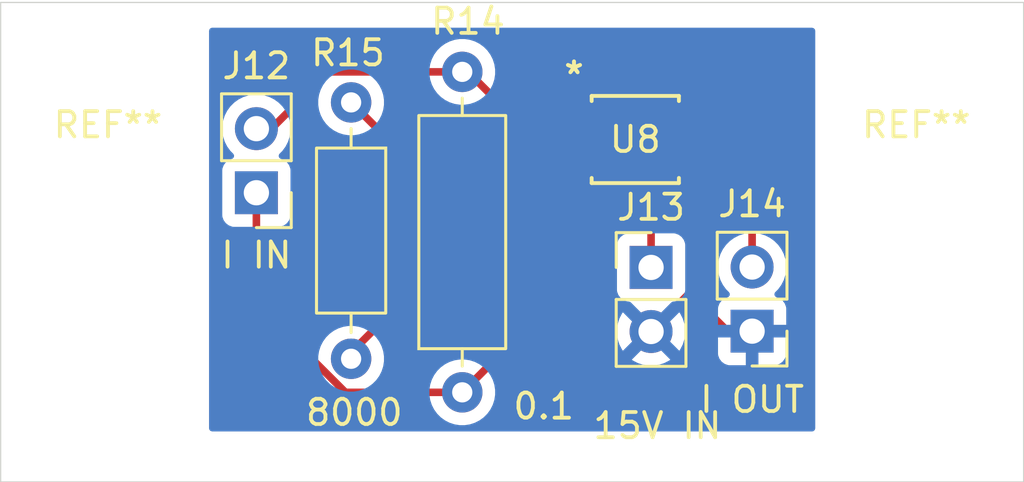
<source format=kicad_pcb>
(kicad_pcb (version 20241229) (generator "pcbnew") (generator_version "9.0")
  (layers (0 "F.Cu" signal) (2 "B.Cu" signal) (13 "F.Paste" user) (15 "B.Paste" user) (5 "F.SilkS" user "F.Silkscreen") (7 "B.SilkS" user "B.Silkscreen") (1 "F.Mask" user) (3 "B.Mask" user) (25 "Edge.Cuts" user))
  (net 0 "")
  (net 1 "Net-(J5-Pin_2)")
  (net 2 "12V")
  (net 3 "Net-(J7-Pin_2)")
  (net 4 "Net-(R6-Pad2)")
  (net 5 "GND")
  (net 6 "Net-(R6-Pad1)")
  (net 7 "+15V")
  (footprint "MountingHole:MountingHole_3.2mm_M3" (layer "F.Cu") (at 25.75 52.75)
    (property "Reference" "REF**" (at 0 -4.15 0) (layer "F.SilkS"))
    (property "Value" "MountingHole_3.2mm_M3" (hide yes))
    (pad "" np_thru_hole circle (at 0 0) (size 3.2 3.2) (drill 3.2) (layers "*.Cu" "*.Mask"))
  )
  (footprint "Connector_PinHeader_2.54mm:PinHeader_1x02_P2.54mm_Vertical" (layer "F.Cu") (at 47.25 54.25)
    (property "Reference" "J13" (at 0 -2.38 0) (layer "F.SilkS"))
    (property "Value" "15V IN" (at 0.25 6.275 0) (layer "F.SilkS"))
    (fp_line (start -1.38 -1.38) (end 0 -1.38) (stroke (width 0.12)) (layer "F.SilkS") (net 7798903))
    (fp_line (start -1.38 0) (end -1.38 -1.38) (stroke (width 0.12)) (layer "F.SilkS") (net 7798903))
    (fp_line (start -1.38 1.27) (end -1.38 3.92) (stroke (width 0.12)) (layer "F.SilkS") (net 7798903))
    (fp_line (start -1.38 1.27) (end 1.38 1.27) (stroke (width 0.12)) (layer "F.SilkS") (net 7798903))
    (fp_line (start -1.38 3.92) (end 1.38 3.92) (stroke (width 0.12)) (layer "F.SilkS") (net 7798903))
    (fp_line (start 1.38 1.27) (end 1.38 3.92) (stroke (width 0.12)) (layer "F.SilkS") (net 7798903))
    (pad "1" thru_hole rect (at 0 0) (size 1.7 1.7) (drill 1) (layers "*.Cu" "*.Mask") (net 7 "+15V"))
    (pad "2" thru_hole circle (at 0 2.54) (size 1.7 1.7) (drill 1) (layers "*.Cu" "*.Mask") (net 5 "GND"))
  )
  (footprint "Connector_PinHeader_2.54mm:PinHeader_1x02_P2.54mm_Vertical" (layer "F.Cu") (at 31.625 51.29 180)
    (property "Reference" "J12" (at 0 5.025 0) (layer "F.SilkS"))
    (property "Value" "I IN" (at 0 -2.475 0) (layer "F.SilkS"))
    (fp_line (start 1.38 1.27) (end 1.38 3.92) (stroke (width 0.12)) (layer "F.SilkS") (net 7798903))
    (fp_line (start -1.38 3.92) (end 1.38 3.92) (stroke (width 0.12)) (layer "F.SilkS") (net 7798903))
    (fp_line (start -1.38 1.27) (end 1.38 1.27) (stroke (width 0.12)) (layer "F.SilkS") (net 7798903))
    (fp_line (start -1.38 1.27) (end -1.38 3.92) (stroke (width 0.12)) (layer "F.SilkS") (net 7798903))
    (fp_line (start -1.38 0) (end -1.38 -1.38) (stroke (width 0.12)) (layer "F.SilkS") (net 7798903))
    (fp_line (start -1.38 -1.38) (end 0 -1.38) (stroke (width 0.12)) (layer "F.SilkS") (net 7798903))
    (pad "1" thru_hole rect (at 0 0 180) (size 1.7 1.7) (drill 1) (layers "*.Cu" "*.Mask") (net 2 "12V"))
    (pad "2" thru_hole circle (at 0 2.54 180) (size 1.7 1.7) (drill 1) (layers "*.Cu" "*.Mask") (net 1 "Net-(J5-Pin_2)"))
  )
  (footprint "MountingHole:MountingHole_3.2mm_M3" (layer "F.Cu") (at 57.75 52.75)
    (property "Reference" "REF**" (at 0 -4.15 0) (layer "F.SilkS"))
    (property "Value" "MountingHole_3.2mm_M3" (hide yes))
    (pad "" np_thru_hole circle (at 0 0) (size 3.2 3.2) (drill 3.2) (layers "*.Cu" "*.Mask"))
  )
  (footprint "Resistor_THT:R_Axial_DIN0207_L6.3mm_D2.5mm_P10.16mm_Horizontal" (layer "F.Cu") (at 35.375 47.71 -90)
    (property "Reference" "R15" (at -1.96 0.125 180) (layer "F.SilkS"))
    (property "Value" "8000" (at 12.29 -0.125 0) (layer "F.SilkS"))
    (fp_line (start 1.04 0) (end 1.81 0) (stroke (width 0.12)) (layer "F.SilkS"))
    (fp_line (start 9.12 0) (end 8.35 0) (stroke (width 0.12)) (layer "F.SilkS"))
    (fp_rect (start 1.81 -1.37) (end 8.35 1.37) (stroke (width 0.12)) (fill no) (layer "F.SilkS"))
    (pad "1" thru_hole circle (at 0 0 270) (size 1.6 1.6) (drill 0.8) (layers "*.Cu" "*.Mask") (net 6 "Net-(R6-Pad1)"))
    (pad "2" thru_hole circle (at 10.16 0 270) (size 1.6 1.6) (drill 0.8) (layers "*.Cu" "*.Mask") (net 4 "Net-(R6-Pad2)"))
  )
  (footprint "ad8227:RM_8_ADI" (layer "F.Cu") (at 46.625 49.18)
    (property "Reference" "U8" (at 0 0 0) (layer "F.SilkS"))
    (property "Value" "AD8227ARZ")
    (fp_line (start -1.7272 -1.7272) (end -1.7272 -1.523639) (stroke (width 0.1524)) (layer "F.SilkS") (net 7798903))
    (fp_line (start -1.7272 1.523639) (end -1.7272 1.7272) (stroke (width 0.1524)) (layer "F.SilkS") (net 7798903))
    (fp_line (start -1.7272 1.7272) (end 1.7272 1.7272) (stroke (width 0.1524)) (layer "F.SilkS") (net 7798903))
    (fp_line (start 1.7272 -1.7272) (end -1.7272 -1.7272) (stroke (width 0.1524)) (layer "F.SilkS") (net 7798903))
    (fp_line (start 1.7272 -1.523639) (end 1.7272 -1.7272) (stroke (width 0.1524)) (layer "F.SilkS") (net 7798903))
    (fp_line (start 1.7272 1.7272) (end 1.7272 1.523639) (stroke (width 0.1524)) (layer "F.SilkS") (net 7798903))
    (fp_text user "*" (at -2.4257 -2.5498 0) (layer "F.SilkS"))
    (fp_text user "*" (at -2.4257 -2.5498 0) (layer "F.SilkS"))
    (pad "1" smd rect (at -2.1717 -0.974999) (size 1.524 0.4318) (layers "F.Cu" "F.Mask" "F.Paste") (net 1 "Net-(J5-Pin_2)"))
    (pad "2" smd rect (at -2.1717 -0.325001) (size 1.524 0.4318) (layers "F.Cu" "F.Mask" "F.Paste") (net 6 "Net-(R6-Pad1)"))
    (pad "3" smd rect (at -2.1717 0.325001) (size 1.524 0.4318) (layers "F.Cu" "F.Mask" "F.Paste") (net 4 "Net-(R6-Pad2)"))
    (pad "4" smd rect (at -2.1717 0.974999) (size 1.524 0.4318) (layers "F.Cu" "F.Mask" "F.Paste") (net 2 "12V"))
    (pad "5" smd rect (at 2.1717 0.974999) (size 1.524 0.4318) (layers "F.Cu" "F.Mask" "F.Paste") (net 5 "GND"))
    (pad "6" smd rect (at 2.1717 0.325001) (size 1.524 0.4318) (layers "F.Cu" "F.Mask" "F.Paste") (net 5 "GND"))
    (pad "7" smd rect (at 2.1717 -0.325001) (size 1.524 0.4318) (layers "F.Cu" "F.Mask" "F.Paste") (net 3 "Net-(J7-Pin_2)"))
    (pad "8" smd rect (at 2.1717 -0.974999) (size 1.524 0.4318) (layers "F.Cu" "F.Mask" "F.Paste") (net 7 "+15V"))
  )
  (footprint "Connector_PinHeader_2.54mm:PinHeader_1x02_P2.54mm_Vertical" (layer "F.Cu") (at 51.25 56.775 180)
    (property "Reference" "J14" (at 0 5.04 0) (layer "F.SilkS"))
    (property "Value" "I OUT" (at 0 -2.71 0) (layer "F.SilkS"))
    (fp_line (start 1.38 1.27) (end 1.38 3.92) (stroke (width 0.12)) (layer "F.SilkS") (net 7798903))
    (fp_line (start -1.38 3.92) (end 1.38 3.92) (stroke (width 0.12)) (layer "F.SilkS") (net 7798903))
    (fp_line (start -1.38 1.27) (end 1.38 1.27) (stroke (width 0.12)) (layer "F.SilkS") (net 7798903))
    (fp_line (start -1.38 1.27) (end -1.38 3.92) (stroke (width 0.12)) (layer "F.SilkS") (net 7798903))
    (fp_line (start -1.38 0) (end -1.38 -1.38) (stroke (width 0.12)) (layer "F.SilkS") (net 7798903))
    (fp_line (start -1.38 -1.38) (end 0 -1.38) (stroke (width 0.12)) (layer "F.SilkS") (net 7798903))
    (pad "1" thru_hole rect (at 0 0 180) (size 1.7 1.7) (drill 1) (layers "*.Cu" "*.Mask") (net 5 "GND"))
    (pad "2" thru_hole circle (at 0 2.54 180) (size 1.7 1.7) (drill 1) (layers "*.Cu" "*.Mask") (net 3 "Net-(J7-Pin_2)"))
  )
  (footprint "Resistor_THT:R_Axial_DIN0309_L9.0mm_D3.2mm_P12.70mm_Horizontal" (layer "F.Cu") (at 39.775 59.2 90)
    (property "Reference" "R14" (at 14.7 0.225 180) (layer "F.SilkS"))
    (property "Value" "0.1" (at -0.55 3.225 180) (layer "F.SilkS"))
    (fp_line (start 11.66 0) (end 10.97 0) (stroke (width 0.12)) (layer "F.SilkS"))
    (fp_line (start 1.04 0) (end 1.73 0) (stroke (width 0.12)) (layer "F.SilkS"))
    (fp_rect (start 1.73 -1.72) (end 10.97 1.72) (stroke (width 0.12)) (fill no) (layer "F.SilkS"))
    (pad "1" thru_hole circle (at 0 0 90) (size 1.6 1.6) (drill 0.8) (layers "*.Cu" "*.Mask") (net 2 "12V"))
    (pad "2" thru_hole circle (at 12.7 0 90) (size 1.6 1.6) (drill 0.8) (layers "*.Cu" "*.Mask") (net 1 "Net-(J5-Pin_2)"))
  )
  (gr_rect (start 21.5 43.75) (end 62 62.75) (stroke (width 0.05)) (fill no) (layer "Edge.Cuts"))
  (segment (start 34.47 46.5) (end 39.775 46.5) (width 0.3) (layer "F.Cu") (net 1))
  (segment (start 40 46.5) (end 41.705001 48.205001) (width 0.3) (layer "F.Cu") (net 1))
  (segment (start 39.775 46.5) (end 40 46.5) (width 0.2) (layer "F.Cu") (net 1))
  (segment (start 41.705001 48.205001) (end 44.4533 48.205001) (width 0.3) (layer "F.Cu") (net 1))
  (segment (start 31.75 49.22) (end 34.47 46.5) (width 0.3) (layer "F.Cu") (net 1))
  (segment (start 44.4533 54.5217) (end 39.775 59.2) (width 0.3) (layer "F.Cu") (net 2))
  (segment (start 39.775 59.2) (end 35.14795 59.2) (width 0.3) (layer "F.Cu") (net 2))
  (segment (start 35.14795 59.2) (end 31.625 55.67705) (width 0.3) (layer "F.Cu") (net 2))
  (segment (start 31.625 55.67705) (end 31.625 51.29) (width 0.3) (layer "F.Cu") (net 2))
  (segment (start 44.4533 50.154999) (end 44.4533 54.5217) (width 0.3) (layer "F.Cu") (net 2))
  (segment (start 51.25 50.346299) (end 51.25 54.235) (width 0.3) (layer "F.Cu") (net 3))
  (segment (start 49.7587 48.854999) (end 51.25 50.346299) (width 0.3) (layer "F.Cu") (net 3))
  (segment (start 48.7967 48.854999) (end 49.7587 48.854999) (width 0.3) (layer "F.Cu") (net 3))
  (segment (start 43.4913 49.505001) (end 35.375 57.621301) (width 0.3) (layer "F.Cu") (net 4))
  (segment (start 44.4533 49.505001) (end 43.4913 49.505001) (width 0.3) (layer "F.Cu") (net 4))
  (segment (start 35.375 57.621301) (end 35.375 57.87) (width 0.2) (layer "F.Cu") (net 4))
  (segment (start 48.7967 49.505001) (end 48.7967 50.154999) (width 0.3) (layer "F.Cu") (net 5))
  (segment (start 48.7967 55.2433) (end 48.77 55.27) (width 0.2) (layer "F.Cu") (net 5))
  (segment (start 48.7967 50.154999) (end 48.7967 55.2433) (width 0.3) (layer "F.Cu") (net 5))
  (segment (start 48.77 55.27) (end 50.275 56.775) (width 0.3) (layer "F.Cu") (net 5))
  (segment (start 48.77 55.27) (end 47.25 56.79) (width 0.3) (layer "F.Cu") (net 5))
  (segment (start 50.275 56.775) (end 51.25 56.775) (width 0.3) (layer "F.Cu") (net 5))
  (segment (start 44.4533 48.854999) (end 36.519999 48.854999) (width 0.3) (layer "F.Cu") (net 6))
  (segment (start 44.365801 48.7675) (end 44.4533 48.854999) (width 0.2) (layer "F.Cu") (net 6))
  (segment (start 36.519999 48.854999) (end 35.375 47.71) (width 0.3) (layer "F.Cu") (net 6))
  (segment (start 48.7967 48.205001) (end 47.8347 48.205001) (width 0.3) (layer "F.Cu") (net 7))
  (segment (start 47.8347 48.205001) (end 47.25 48.789701) (width 0.3) (layer "F.Cu") (net 7))
  (segment (start 47.25 48.789701) (end 47.25 54.25) (width 0.3) (layer "F.Cu") (net 7))
  (zone (net 5) (net_name "GND") (layer "B.Cu") (priority 2) (connect_pads (clearance 0.5)) (min_thickness 0.25) (fill yes (thermal_gap 0.5) (thermal_bridge_width 0.5))
    (polygon (pts (xy 29.75 44.75) (xy 29.75 60.75) (xy 53.75 60.75) (xy 53.75 44.75)))
  )
)
</source>
